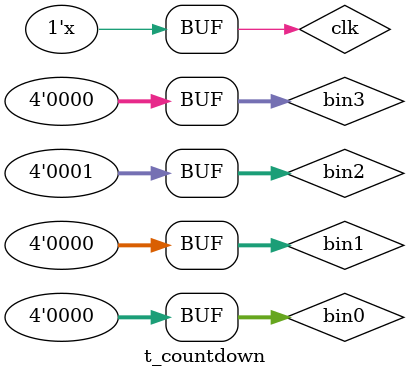
<source format=v>
`timescale 1ns / 1ps


module t_countdown;

	// Inputs
	reg clk;
	// Outputs
	reg [3:0] bin0, bin1, bin2, bin3;
	
	// Instantiate the Unit Under Test (UUT)
	countdown cd(bin0, bin1, bin2, bin3, clk);

	always #5 clk = ~clk;
	initial begin
		// Initialize Inputs
		clk = 0;
		bin0 = 4'b0000;
		bin1 = 4'b0000;
		bin2 = 4'b0001;
		bin3 = 4'b0000;
		#100;
        
	end
      
endmodule


</source>
